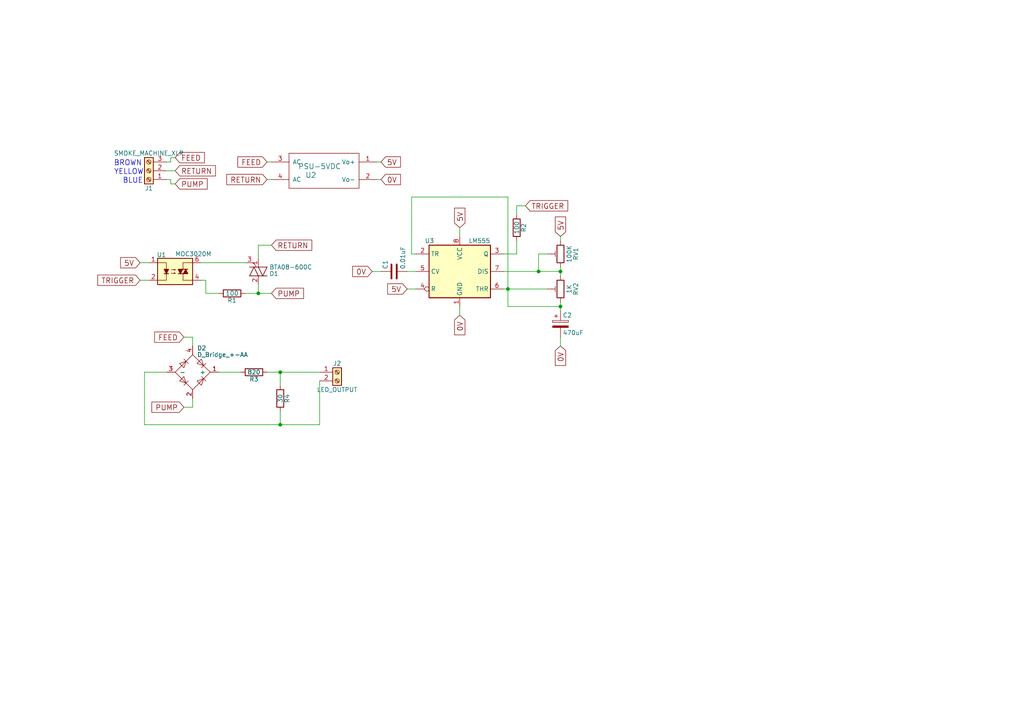
<source format=kicad_sch>
(kicad_sch (version 20230121) (generator eeschema)
  (paper "A4")
  (lib_symbols
    (symbol "SmokeCannonController-rescue:C" (pin_numbers hide) (pin_names (offset 0.254))
      (property "Reference" "C" (at 0.635 2.54 0))
      (property "Value" "C" (at 0.635 -2.54 0))
      (symbol "C_0_1"
        (polyline (pts (xy -2.032 -0.762) (xy 2.032 -0.762)) (stroke (width 0.508)))
        (polyline (pts (xy -2.032 0.762) (xy 2.032 0.762)) (stroke (width 0.508)))
      )
      (symbol "C_1_1"
        (pin passive line (at 0 3.81 270) (length 2.794) (name "~") (number "1"))
        (pin passive line (at 0 -3.81 90) (length 2.794) (name "~") (number "2"))
      )
    )
    (symbol "SmokeCannonController-rescue:CP" (pin_numbers hide) (pin_names (offset 0.254))
      (property "Reference" "C" (at 0.635 2.54 0))
      (property "Value" "CP" (at 0.635 -2.54 0))
      (symbol "CP_0_1"
        (rectangle (start -2.286 0.508) (end -2.286 1.016))
        (rectangle (start -2.286 0.508) (end 2.286 0.508))
        (polyline (pts (xy -1.778 2.286) (xy -0.762 2.286)))
        (polyline (pts (xy -1.27 2.794) (xy -1.27 1.778)))
        (rectangle (start 2.286 -0.508) (end -2.286 -1.016) (fill (type outline)))
        (rectangle (start 2.286 1.016) (end -2.286 1.016))
        (rectangle (start 2.286 1.016) (end 2.286 0.508))
      )
      (symbol "CP_1_1"
        (pin passive line (at 0 3.81 270) (length 2.794) (name "~") (number "1"))
        (pin passive line (at 0 -3.81 90) (length 2.794) (name "~") (number "2"))
      )
    )
    (symbol "SmokeCannonController-rescue:D_Bridge_+A-A" (pin_names (offset 1.27))
      (property "Reference" "D" (at 1.27 6.985 0))
      (property "Value" "D_Bridge_+A-A" (at 1.27 5.08 0))
      (symbol "D_Bridge_+A-A_0_1"
        (polyline (pts (xy -2.54 3.81) (xy -1.27 2.54)))
        (polyline (pts (xy -1.27 -2.54) (xy -2.54 -3.81)))
        (polyline (pts (xy 2.54 -1.27) (xy 3.81 -2.54)))
        (polyline (pts (xy 2.54 1.27) (xy 3.81 2.54)))
        (polyline (pts (xy -3.81 2.54) (xy -2.54 1.27) (xy -1.905 3.175) (xy -3.81 2.54)))
        (polyline (pts (xy -2.54 -1.27) (xy -3.81 -2.54) (xy -1.905 -3.175) (xy -2.54 -1.27)))
        (polyline (pts (xy 1.27 2.54) (xy 2.54 3.81) (xy 3.175 1.905) (xy 1.27 2.54)))
        (polyline (pts (xy 3.175 -1.905) (xy 1.27 -2.54) (xy 2.54 -3.81) (xy 3.175 -1.905)))
        (polyline (pts (xy -5.08 0) (xy 0 -5.08) (xy 5.08 0) (xy 0 5.08) (xy -5.08 0)))
      )
      (symbol "D_Bridge_+A-A_1_1"
        (pin input line (at 7.62 0 180) (length 2.54) (name "+") (number "1"))
        (pin input line (at 0 -7.62 90) (length 2.54) (name "~") (number "2"))
        (pin input line (at -7.62 0 0) (length 2.54) (name "-") (number "3"))
        (pin input line (at 0 7.62 270) (length 2.54) (name "~") (number "4"))
      )
    )
    (symbol "SmokeCannonController-rescue:LM555"
      (property "Reference" "U" (at -10.16 8.89 0))
      (property "Value" "LM555" (at 2.54 8.89 0))
      (symbol "LM555_0_0"
        (pin power_in line (at 0 -10.16 90) (length 2.54) (name "GND") (number "1"))
        (pin power_in line (at 0 10.16 270) (length 2.54) (name "VCC") (number "8"))
      )
      (symbol "LM555_0_1"
        (rectangle (start -8.89 -7.62) (end 8.89 7.62) (stroke (width 0.254)) (fill (type background)))
        (rectangle (start -8.89 -7.62) (end 8.89 7.62) (stroke (width 0.254)) (fill (type background)))
      )
      (symbol "LM555_1_1"
        (pin input line (at -12.7 5.08 0) (length 3.81) (name "TR") (number "2"))
        (pin output line (at 12.7 5.08 180) (length 3.81) (name "Q") (number "3"))
        (pin input inverted (at -12.7 -5.08 0) (length 3.81) (name "R") (number "4"))
        (pin input line (at -12.7 0 0) (length 3.81) (name "CV") (number "5"))
        (pin input line (at 12.7 -5.08 180) (length 3.81) (name "THR") (number "6"))
        (pin input line (at 12.7 0 180) (length 3.81) (name "DIS") (number "7"))
      )
    )
    (symbol "SmokeCannonController-rescue:MOC3020M" (pin_names (offset 1.016))
      (property "Reference" "U" (at -5.334 4.826 0))
      (property "Value" "MOC3020M" (at 0 5.08 0))
      (symbol "MOC3020M_0_1"
        (rectangle (start -5.08 3.81) (end 5.08 -3.81) (stroke (width 0.254)) (fill (type background)))
        (polyline (pts (xy -3.175 -0.635) (xy -1.905 -0.635)) (stroke (width 0.254)))
        (polyline (pts (xy 1.905 0.635) (xy 3.683 0.635)) (stroke (width 0.254)))
        (polyline (pts (xy 2.286 -2.54) (xy 2.286 -0.635)))
        (polyline (pts (xy 2.286 -2.54) (xy 5.08 -2.54)))
        (polyline (pts (xy 2.286 2.54) (xy 2.286 0.635)))
        (polyline (pts (xy 2.286 2.54) (xy 5.08 2.54)))
        (polyline (pts (xy 2.667 -0.635) (xy 0.889 -0.635)) (stroke (width 0.254)))
        (polyline (pts (xy -5.08 2.54) (xy -2.54 2.54) (xy -2.54 0.635)))
        (polyline (pts (xy -2.54 -0.635) (xy -2.54 -2.54) (xy -5.08 -2.54)))
        (polyline (pts (xy -2.54 -0.635) (xy -3.175 0.635) (xy -1.905 0.635) (xy -2.54 -0.635)) (stroke (width 0.254)) (fill (type outline)))
        (polyline (pts (xy 1.524 -0.635) (xy 2.159 0.635) (xy 0.889 0.635) (xy 1.524 -0.635)) (stroke (width 0.254)) (fill (type outline)))
        (polyline (pts (xy 3.048 0.635) (xy 2.413 -0.635) (xy 3.683 -0.635) (xy 3.048 0.635)) (stroke (width 0.254)) (fill (type outline)))
        (polyline (pts (xy -1.143 -0.508) (xy 0.127 -0.508) (xy -0.254 -0.635) (xy -0.254 -0.381) (xy 0.127 -0.508)))
        (polyline (pts (xy -1.143 0.508) (xy 0.127 0.508) (xy -0.254 0.381) (xy -0.254 0.635) (xy 0.127 0.508)))
      )
      (symbol "MOC3020M_1_1"
        (pin passive line (at -7.62 2.54 0) (length 2.54) (name "~") (number "1"))
        (pin passive line (at -7.62 -2.54 0) (length 2.54) (name "~") (number "2"))
        (pin no_connect line (at -7.62 0 0) (length 2.54) hide (name "NC") (number "3"))
        (pin passive line (at 7.62 -2.54 180) (length 2.54) (name "~") (number "4"))
        (pin no_connect line (at 7.62 0 180) (length 2.54) hide (name "NC") (number "5"))
        (pin passive line (at 7.62 2.54 180) (length 2.54) (name "~") (number "6"))
      )
    )
    (symbol "SmokeCannonController-rescue:POT_TRIM" (pin_numbers hide) (pin_names (offset 1.016) hide)
      (property "Reference" "RV" (at -4.445 0 90))
      (property "Value" "POT_TRIM" (at -2.54 0 90))
      (symbol "POT_TRIM_0_1"
        (polyline (pts (xy 1.524 0.762) (xy 1.524 -0.762)))
        (polyline (pts (xy 2.54 0) (xy 1.524 0)))
        (rectangle (start 1.016 2.54) (end -1.016 -2.54) (stroke (width 0.254)))
      )
      (symbol "POT_TRIM_1_1"
        (pin passive line (at 0 3.81 270) (length 1.27) (name "1") (number "1"))
        (pin passive line (at 3.81 0 180) (length 1.27) (name "2") (number "2"))
        (pin passive line (at 0 -3.81 90) (length 1.27) (name "3") (number "3"))
      )
    )
    (symbol "SmokeCannonController-rescue:PSU-5VDC" (pin_names (offset 1.016))
      (property "Reference" "U" (at -3.81 -1.27 0))
      (property "Value" "PSU-5VDC" (at -1.27 1.27 0))
      (symbol "PSU-5VDC_0_1"
        (rectangle (start -10.16 5.08) (end 10.16 -5.08))
      )
      (symbol "PSU-5VDC_1_1"
        (pin power_out line (at 15.24 2.54 180) (length 5.08) (name "Vo+") (number "1"))
        (pin power_out line (at 15.24 -2.54 180) (length 5.08) (name "Vo-") (number "2"))
        (pin power_in line (at -15.24 2.54 0) (length 5.08) (name "AC") (number "3"))
        (pin power_in line (at -15.24 -2.54 0) (length 5.08) (name "AC") (number "4"))
      )
    )
    (symbol "SmokeCannonController-rescue:Q_TRIAC_AAG2" (pin_names (offset 0) hide)
      (property "Reference" "D" (at 3.175 0.635 0))
      (property "Value" "Q_TRIAC_AAG2" (at 3.175 -1.27 0))
      (symbol "Q_TRIAC_AAG2_0_1"
        (polyline (pts (xy -2.54 -1.27) (xy 2.54 -1.27)) (stroke (width 0.2032)))
        (polyline (pts (xy -2.54 1.27) (xy 2.54 1.27)) (stroke (width 0.2032)))
        (polyline (pts (xy -1.27 -2.54) (xy -0.635 -1.27)))
        (polyline (pts (xy -2.54 1.27) (xy -1.27 -1.27) (xy 0 1.27)) (stroke (width 0.2032)))
        (polyline (pts (xy 0 -1.27) (xy 1.27 1.27) (xy 2.54 -1.27)) (stroke (width 0.2032)))
      )
      (symbol "Q_TRIAC_AAG2_1_1"
        (pin passive line (at 0 -3.81 90) (length 2.54) (name "A1") (number "1"))
        (pin passive line (at 0 3.81 270) (length 2.54) (name "A2") (number "2"))
        (pin input line (at -3.81 -2.54 0) (length 2.54) (name "G") (number "3"))
      )
    )
    (symbol "SmokeCannonController-rescue:R" (pin_numbers hide) (pin_names (offset 0))
      (property "Reference" "R" (at 2.032 0 90))
      (property "Value" "R" (at 0 0 90))
      (symbol "R_0_1"
        (rectangle (start -1.016 -2.54) (end 1.016 2.54) (stroke (width 0.254)))
      )
      (symbol "R_1_1"
        (pin passive line (at 0 3.81 270) (length 1.27) (name "~") (number "1"))
        (pin passive line (at 0 -3.81 90) (length 1.27) (name "~") (number "2"))
      )
    )
    (symbol "SmokeCannonController-rescue:Screw_Terminal_01x02" (pin_names (offset 1.016) hide)
      (property "Reference" "J" (at 0 2.54 0))
      (property "Value" "Screw_Terminal_01x02" (at 0 -5.08 0))
      (symbol "Screw_Terminal_01x02_1_1"
        (rectangle (start -1.27 1.27) (end 1.27 -3.81) (stroke (width 0.254)) (fill (type background)))
        (circle (center 0 -2.54) (radius 0.635) (stroke (width 0.1524)))
        (polyline (pts (xy -0.5334 -2.2098) (xy 0.3302 -3.048)) (stroke (width 0.1524)))
        (polyline (pts (xy -0.5334 0.3302) (xy 0.3302 -0.508)) (stroke (width 0.1524)))
        (polyline (pts (xy -0.3556 -2.032) (xy 0.508 -2.8702)) (stroke (width 0.1524)))
        (polyline (pts (xy -0.3556 0.508) (xy 0.508 -0.3302)) (stroke (width 0.1524)))
        (circle (center 0 0) (radius 0.635) (stroke (width 0.1524)))
        (pin passive line (at -5.08 0 0) (length 3.81) (name "Pin_1") (number "1"))
        (pin passive line (at -5.08 -2.54 0) (length 3.81) (name "Pin_2") (number "2"))
      )
    )
    (symbol "SmokeCannonController-rescue:Screw_Terminal_01x03" (pin_names (offset 1.016) hide)
      (property "Reference" "J" (at 0 5.08 0))
      (property "Value" "Screw_Terminal_01x03" (at 0 -5.08 0))
      (symbol "Screw_Terminal_01x03_1_1"
        (rectangle (start -1.27 3.81) (end 1.27 -3.81) (stroke (width 0.254)) (fill (type background)))
        (circle (center 0 -2.54) (radius 0.635) (stroke (width 0.1524)))
        (polyline (pts (xy -0.5334 -2.2098) (xy 0.3302 -3.048)) (stroke (width 0.1524)))
        (polyline (pts (xy -0.5334 0.3302) (xy 0.3302 -0.508)) (stroke (width 0.1524)))
        (polyline (pts (xy -0.5334 2.8702) (xy 0.3302 2.032)) (stroke (width 0.1524)))
        (polyline (pts (xy -0.3556 -2.032) (xy 0.508 -2.8702)) (stroke (width 0.1524)))
        (polyline (pts (xy -0.3556 0.508) (xy 0.508 -0.3302)) (stroke (width 0.1524)))
        (polyline (pts (xy -0.3556 3.048) (xy 0.508 2.2098)) (stroke (width 0.1524)))
        (circle (center 0 0) (radius 0.635) (stroke (width 0.1524)))
        (circle (center 0 2.54) (radius 0.635) (stroke (width 0.1524)))
        (pin passive line (at -5.08 2.54 0) (length 3.81) (name "Pin_1") (number "1"))
        (pin passive line (at -5.08 0 0) (length 3.81) (name "Pin_2") (number "2"))
        (pin passive line (at -5.08 -2.54 0) (length 3.81) (name "Pin_3") (number "3"))
      )
    )
  )
  (junction (at 162.56 78.74))
  (junction (at 81.28 107.95))
  (junction (at 162.56 88.9))
  (junction (at 147.32 83.82))
  (junction (at 81.28 123.19))
  (junction (at 156.21 78.74))
  (junction (at 74.93 85.09))
  (wire (pts (xy 58.42 81.28) (xy 59.69 81.28)))
  (wire (pts (xy 74.93 85.09) (xy 78.74 85.09)))
  (wire (pts (xy 147.32 57.15) (xy 147.32 83.82)))
  (wire (pts (xy 81.28 123.19) (xy 81.28 119.38)))
  (wire (pts (xy 162.56 78.74) (xy 162.56 80.01)))
  (wire (pts (xy 147.32 83.82) (xy 147.32 88.9)))
  (wire (pts (xy 41.91 123.19) (xy 81.28 123.19)))
  (wire (pts (xy 41.91 107.95) (xy 41.91 123.19)))
  (wire (pts (xy 120.65 73.66) (xy 119.38 73.66)))
  (wire (pts (xy 119.38 73.66) (xy 119.38 57.15)))
  (wire (pts (xy 81.28 123.19) (xy 92.71 123.19)))
  (wire (pts (xy 49.53 52.07) (xy 49.53 53.34)))
  (wire (pts (xy 133.35 91.44) (xy 133.35 88.9)))
  (wire (pts (xy 110.49 78.74) (xy 107.95 78.74)))
  (wire (pts (xy 81.28 111.76) (xy 81.28 107.95)))
  (wire (pts (xy 43.18 76.2) (xy 40.64 76.2)))
  (wire (pts (xy 81.28 107.95) (xy 92.71 107.95)))
  (wire (pts (xy 55.88 115.57) (xy 55.88 118.11)))
  (wire (pts (xy 118.11 83.82) (xy 120.65 83.82)))
  (wire (pts (xy 133.35 68.58) (xy 133.35 66.04)))
  (wire (pts (xy 53.34 97.79) (xy 55.88 97.79)))
  (wire (pts (xy 146.05 73.66) (xy 149.86 73.66)))
  (wire (pts (xy 162.56 97.79) (xy 162.56 100.33)))
  (wire (pts (xy 162.56 77.47) (xy 162.56 78.74)))
  (wire (pts (xy 49.53 45.72) (xy 50.8 45.72)))
  (wire (pts (xy 109.22 52.07) (xy 110.49 52.07)))
  (wire (pts (xy 162.56 68.58) (xy 162.56 69.85)))
  (wire (pts (xy 77.47 107.95) (xy 81.28 107.95)))
  (wire (pts (xy 59.69 85.09) (xy 63.5 85.09)))
  (wire (pts (xy 119.38 57.15) (xy 147.32 57.15)))
  (wire (pts (xy 78.74 52.07) (xy 77.47 52.07)))
  (wire (pts (xy 156.21 73.66) (xy 156.21 78.74)))
  (wire (pts (xy 48.26 52.07) (xy 49.53 52.07)))
  (wire (pts (xy 74.93 71.12) (xy 78.74 71.12)))
  (wire (pts (xy 49.53 53.34) (xy 50.8 53.34)))
  (wire (pts (xy 40.64 81.28) (xy 43.18 81.28)))
  (wire (pts (xy 48.26 107.95) (xy 41.91 107.95)))
  (wire (pts (xy 55.88 97.79) (xy 55.88 100.33)))
  (wire (pts (xy 156.21 78.74) (xy 162.56 78.74)))
  (wire (pts (xy 50.8 49.53) (xy 48.26 49.53)))
  (wire (pts (xy 146.05 78.74) (xy 156.21 78.74)))
  (wire (pts (xy 147.32 88.9) (xy 162.56 88.9)))
  (wire (pts (xy 152.4 59.69) (xy 149.86 59.69)))
  (wire (pts (xy 63.5 107.95) (xy 69.85 107.95)))
  (wire (pts (xy 149.86 73.66) (xy 149.86 69.85)))
  (wire (pts (xy 71.12 85.09) (xy 74.93 85.09)))
  (wire (pts (xy 158.75 73.66) (xy 156.21 73.66)))
  (wire (pts (xy 49.53 46.99) (xy 49.53 45.72)))
  (wire (pts (xy 147.32 83.82) (xy 158.75 83.82)))
  (wire (pts (xy 162.56 88.9) (xy 162.56 90.17)))
  (wire (pts (xy 149.86 59.69) (xy 149.86 62.23)))
  (wire (pts (xy 74.93 85.09) (xy 74.93 82.55)))
  (wire (pts (xy 48.26 46.99) (xy 49.53 46.99)))
  (wire (pts (xy 92.71 123.19) (xy 92.71 110.49)))
  (wire (pts (xy 109.22 46.99) (xy 110.49 46.99)))
  (wire (pts (xy 78.74 46.99) (xy 77.47 46.99)))
  (wire (pts (xy 120.65 78.74) (xy 118.11 78.74)))
  (wire (pts (xy 55.88 118.11) (xy 53.34 118.11)))
  (wire (pts (xy 58.42 76.2) (xy 71.12 76.2)))
  (wire (pts (xy 74.93 74.93) (xy 74.93 71.12)))
  (wire (pts (xy 162.56 87.63) (xy 162.56 88.9)))
  (wire (pts (xy 146.05 83.82) (xy 147.32 83.82)))
  (wire (pts (xy 59.69 81.28) (xy 59.69 85.09)))
  (text "YELLOW" (at 33.02 50.8 0) (effects (font (size 1.524 1.524)) (justify left bottom)))
  (text "BROWN" (at 33.02 48.26 0) (effects (font (size 1.524 1.524)) (justify left bottom)))
  (text "BLUE" (at 35.56 53.34 0) (effects (font (size 1.524 1.524)) (justify left bottom)))
  (global_label "RETURN" (shape input) (at 77.47 52.07 180) (effects (font (size 1.524 1.524))) (property "Intersheetrefs" "${INTERSHEET_REFS}" (effects hide)))
  (global_label "PUMP" (shape input) (at 78.74 85.09 0) (effects (font (size 1.524 1.524))) (property "Intersheetrefs" "${INTERSHEET_REFS}" (effects hide)))
  (global_label "0V" (shape input) (at 107.95 78.74 180) (effects (font (size 1.524 1.524))) (property "Intersheetrefs" "${INTERSHEET_REFS}" (effects hide)))
  (global_label "FEED" (shape input) (at 53.34 97.79 180) (effects (font (size 1.524 1.524))) (property "Intersheetrefs" "${INTERSHEET_REFS}" (effects hide)))
  (global_label "5V" (shape input) (at 110.49 46.99 0) (effects (font (size 1.524 1.524))) (property "Intersheetrefs" "${INTERSHEET_REFS}" (effects hide)))
  (global_label "PUMP" (shape input) (at 53.34 118.11 180) (effects (font (size 1.524 1.524))) (property "Intersheetrefs" "${INTERSHEET_REFS}" (effects hide)))
  (global_label "FEED" (shape input) (at 50.8 45.72 0) (effects (font (size 1.524 1.524))) (property "Intersheetrefs" "${INTERSHEET_REFS}" (effects hide)))
  (global_label "RETURN" (shape input) (at 78.74 71.12 0) (effects (font (size 1.524 1.524))) (property "Intersheetrefs" "${INTERSHEET_REFS}" (effects hide)))
  (global_label "5V" (shape input) (at 162.56 68.58 90) (effects (font (size 1.524 1.524))) (property "Intersheetrefs" "${INTERSHEET_REFS}" (effects hide)))
  (global_label "5V" (shape input) (at 133.35 66.04 90) (effects (font (size 1.524 1.524))) (property "Intersheetrefs" "${INTERSHEET_REFS}" (effects hide)))
  (global_label "RETURN" (shape input) (at 50.8 49.53 0) (effects (font (size 1.524 1.524))) (property "Intersheetrefs" "${INTERSHEET_REFS}" (effects hide)))
  (global_label "0V" (shape input) (at 110.49 52.07 0) (effects (font (size 1.524 1.524))) (property "Intersheetrefs" "${INTERSHEET_REFS}" (effects hide)))
  (global_label "5V" (shape input) (at 118.11 83.82 180) (effects (font (size 1.524 1.524))) (property "Intersheetrefs" "${INTERSHEET_REFS}" (effects hide)))
  (global_label "TRIGGER" (shape input) (at 152.4 59.69 0) (effects (font (size 1.524 1.524))) (property "Intersheetrefs" "${INTERSHEET_REFS}" (effects hide)))
  (global_label "PUMP" (shape input) (at 50.8 53.34 0) (effects (font (size 1.524 1.524))) (property "Intersheetrefs" "${INTERSHEET_REFS}" (effects hide)))
  (global_label "0V" (shape input) (at 162.56 100.33 270) (effects (font (size 1.524 1.524))) (property "Intersheetrefs" "${INTERSHEET_REFS}" (effects hide)))
  (global_label "FEED" (shape input) (at 77.47 46.99 180) (effects (font (size 1.524 1.524))) (property "Intersheetrefs" "${INTERSHEET_REFS}" (effects hide)))
  (global_label "0V" (shape input) (at 133.35 91.44 270) (effects (font (size 1.524 1.524))) (property "Intersheetrefs" "${INTERSHEET_REFS}" (effects hide)))
  (global_label "TRIGGER" (shape input) (at 40.64 81.28 180) (effects (font (size 1.524 1.524))) (property "Intersheetrefs" "${INTERSHEET_REFS}" (effects hide)))
  (global_label "5V" (shape input) (at 40.64 76.2 180) (effects (font (size 1.524 1.524))) (property "Intersheetrefs" "${INTERSHEET_REFS}" (effects hide)))
  (symbol (lib_id "SmokeCannonController-rescue:Screw_Terminal_01x03") (at 43.18 49.53 180) (unit 1)
    (property "Reference" "J1" (at 43.18 54.61 0))
    (property "Value" "SMOKE_MACHINE_XLR" (at 43.18 44.45 0))
    (property "Footprint" "Connectors_Terminal_Blocks:TerminalBlock_bornier-3_P5.08mm" (effects hide))
  )
  (symbol (lib_id "SmokeCannonController-rescue:R") (at 67.31 85.09 270) (unit 1)
    (property "Reference" "R1" (at 67.31 87.122 90))
    (property "Value" "100" (at 67.31 85.09 90))
    (property "Footprint" "Resistors_THT:R_Axial_DIN0207_L6.3mm_D2.5mm_P10.16mm_Horizontal" (effects hide))
  )
  (symbol (lib_id "SmokeCannonController-rescue:R") (at 149.86 66.04 0) (unit 1)
    (property "Reference" "R2" (at 151.892 66.04 90))
    (property "Value" "100" (at 149.86 66.04 90))
    (property "Footprint" "Resistors_THT:R_Axial_DIN0207_L6.3mm_D2.5mm_P10.16mm_Horizontal" (effects hide))
  )
  (symbol (lib_id "SmokeCannonController-rescue:MOC3020M") (at 50.8 78.74 0) (unit 1)
    (property "Reference" "U1" (at 45.466 73.914 0) (effects (justify left)))
    (property "Value" "MOC3020M" (at 50.8 73.66 0) (effects (justify left)))
    (property "Footprint" "Housings_DIP:DIP-6_W7.62mm" (effects hide))
  )
  (symbol (lib_id "SmokeCannonController-rescue:C") (at 114.3 78.74 90) (unit 1)
    (property "Reference" "C1" (at 111.76 78.105 0) (effects (justify left)))
    (property "Value" "0.01uF" (at 116.84 78.105 0) (effects (justify left)))
    (property "Footprint" "Capacitors_THT:C_Disc_D4.3mm_W1.9mm_P5.00mm" (effects hide))
  )
  (symbol (lib_id "SmokeCannonController-rescue:LM555") (at 133.35 78.74 0) (unit 1)
    (property "Reference" "U3" (at 123.19 69.85 0) (effects (justify left)))
    (property "Value" "LM555" (at 135.89 69.85 0) (effects (justify left)))
    (property "Footprint" "Housings_DIP:DIP-8_W7.62mm" (effects hide))
  )
  (symbol (lib_id "SmokeCannonController-rescue:POT_TRIM") (at 162.56 73.66 180) (unit 1)
    (property "Reference" "RV1" (at 167.005 73.66 90))
    (property "Value" "100K" (at 165.1 73.66 90))
    (property "Footprint" "Potentiometers:Potentiometer_Trimmer_Piher_PT-10v5_Horizontal_Px5.0mm_Py5.0mm" (effects hide))
  )
  (symbol (lib_id "SmokeCannonController-rescue:POT_TRIM") (at 162.56 83.82 180) (unit 1)
    (property "Reference" "RV2" (at 167.005 83.82 90))
    (property "Value" "1K" (at 165.1 83.82 90))
    (property "Footprint" "Potentiometers:Potentiometer_Trimmer_Piher_PT-10v5_Horizontal_Px5.0mm_Py5.0mm" (effects hide))
  )
  (symbol (lib_id "SmokeCannonController-rescue:CP") (at 162.56 93.98 0) (unit 1)
    (property "Reference" "C2" (at 163.195 91.44 0) (effects (justify left)))
    (property "Value" "470uF" (at 163.195 96.52 0) (effects (justify left)))
    (property "Footprint" "Capacitors_THT:CP_Radial_D8.0mm_P3.80mm" (effects hide))
  )
  (symbol (lib_id "SmokeCannonController-rescue:PSU-5VDC") (at 93.98 49.53 0) (unit 1)
    (property "Reference" "U2" (at 90.17 50.8 0) (effects (font (size 1.524 1.524))))
    (property "Value" "PSU-5VDC" (at 92.71 48.26 0) (effects (font (size 1.524 1.524))))
    (property "Footprint" "BGCustom:HLK-PM01" (effects hide))
  )
  (symbol (lib_id "SmokeCannonController-rescue:Q_TRIAC_AAG2") (at 74.93 78.74 0) (mirror x) (unit 1)
    (property "Reference" "D1" (at 78.105 79.375 0) (effects (justify left)))
    (property "Value" "BTA08-600C" (at 78.105 77.47 0) (effects (justify left)))
    (property "Footprint" "TO_SOT_Packages_THT:TO-220-3_Vertical" (effects hide))
  )
  (symbol (lib_id "SmokeCannonController-rescue:D_Bridge_+A-A") (at 55.88 107.95 0) (unit 1)
    (property "Reference" "D2" (at 57.15 100.965 0) (effects (justify left)))
    (property "Value" "D_Bridge_+-AA" (at 57.15 102.87 0) (effects (justify left)))
    (property "Footprint" "Diodes_THT:Diode_Bridge_Round_D9.8mm" (effects hide))
  )
  (symbol (lib_id "SmokeCannonController-rescue:R") (at 73.66 107.95 270) (unit 1)
    (property "Reference" "R3" (at 73.66 109.982 90))
    (property "Value" "820" (at 73.66 107.95 90))
    (property "Footprint" "Resistors_THT:R_Axial_Power_L20.0mm_W6.4mm_P25.40mm" (effects hide))
  )
  (symbol (lib_id "SmokeCannonController-rescue:R") (at 81.28 115.57 0) (unit 1)
    (property "Reference" "R4" (at 83.312 115.57 90))
    (property "Value" "30" (at 81.28 115.57 90))
    (property "Footprint" "Resistors_THT:R_Axial_Power_L20.0mm_W6.4mm_P25.40mm" (effects hide))
  )
  (symbol (lib_id "SmokeCannonController-rescue:Screw_Terminal_01x02") (at 97.79 107.95 0) (unit 1)
    (property "Reference" "J2" (at 97.79 105.41 0))
    (property "Value" "LED_OUTPUT" (at 97.79 113.03 0))
    (property "Footprint" "Connectors_Terminal_Blocks:TerminalBlock_bornier-2_P5.08mm" (effects hide))
  )
)
</source>
